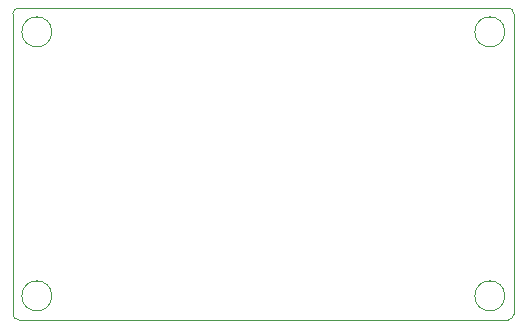
<source format=gm1>
%TF.GenerationSoftware,KiCad,Pcbnew,(5.1.9)-1*%
%TF.CreationDate,2022-01-05T00:47:20-06:00*%
%TF.ProjectId,BACEE,42414345-452e-46b6-9963-61645f706362,1*%
%TF.SameCoordinates,Original*%
%TF.FileFunction,Profile,NP*%
%FSLAX46Y46*%
G04 Gerber Fmt 4.6, Leading zero omitted, Abs format (unit mm)*
G04 Created by KiCad (PCBNEW (5.1.9)-1) date 2022-01-05 00:47:20*
%MOMM*%
%LPD*%
G01*
G04 APERTURE LIST*
%TA.AperFunction,Profile*%
%ADD10C,0.050000*%
%TD*%
G04 APERTURE END LIST*
D10*
X244602000Y-128270000D02*
X203200000Y-128270000D01*
X244602000Y-101854000D02*
X203200000Y-101854000D01*
X245110000Y-127762000D02*
X245110000Y-102362000D01*
X202692000Y-102362000D02*
X202692000Y-127762000D01*
X244348000Y-103886000D02*
G75*
G03*
X244348000Y-103886000I-1270000J0D01*
G01*
X244348000Y-126238000D02*
G75*
G03*
X244348000Y-126238000I-1270000J0D01*
G01*
X205994000Y-126238000D02*
G75*
G03*
X205994000Y-126238000I-1270000J0D01*
G01*
X205994000Y-103886000D02*
G75*
G03*
X205994000Y-103886000I-1270000J0D01*
G01*
X244602000Y-101854000D02*
G75*
G02*
X245110000Y-102362000I0J-508000D01*
G01*
X245110000Y-127762000D02*
G75*
G02*
X244602000Y-128270000I-508000J0D01*
G01*
X203200000Y-128270000D02*
G75*
G02*
X202692000Y-127762000I0J508000D01*
G01*
X202692000Y-102362000D02*
G75*
G02*
X203200000Y-101854000I508000J0D01*
G01*
M02*

</source>
